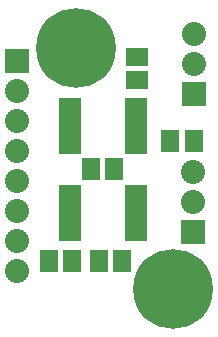
<source format=gts>
G04 (created by PCBNEW-RS274X (2012-01-19 BZR 3256)-stable) date 08/02/2013 12:46:22*
G01*
G70*
G90*
%MOIN*%
G04 Gerber Fmt 3.4, Leading zero omitted, Abs format*
%FSLAX34Y34*%
G04 APERTURE LIST*
%ADD10C,0.006000*%
%ADD11R,0.080000X0.080000*%
%ADD12C,0.080000*%
%ADD13C,0.266100*%
%ADD14R,0.077900X0.036500*%
%ADD15R,0.063300X0.075100*%
%ADD16R,0.075100X0.063300*%
G04 APERTURE END LIST*
G54D10*
G54D11*
X43550Y-20950D03*
G54D12*
X43550Y-19950D03*
X43550Y-18950D03*
G54D11*
X43500Y-25550D03*
G54D12*
X43500Y-24550D03*
X43500Y-23550D03*
G54D13*
X42850Y-27450D03*
X39600Y-19400D03*
G54D12*
X37650Y-24850D03*
X37650Y-23850D03*
G54D11*
X37650Y-19850D03*
G54D12*
X37650Y-20850D03*
X37650Y-21850D03*
X37650Y-22850D03*
X37650Y-25850D03*
X37650Y-26850D03*
G54D14*
X41602Y-22000D03*
X41602Y-21744D03*
X41602Y-21488D03*
X41602Y-21232D03*
X39398Y-21232D03*
X41602Y-22768D03*
X41602Y-22512D03*
X41602Y-22256D03*
X39398Y-21488D03*
X39398Y-21744D03*
X39398Y-22000D03*
X39398Y-22256D03*
X39398Y-22512D03*
X39398Y-22768D03*
X41602Y-24900D03*
X41602Y-24644D03*
X41602Y-24388D03*
X41602Y-24132D03*
X39398Y-24132D03*
X41602Y-25668D03*
X41602Y-25412D03*
X41602Y-25156D03*
X39398Y-24388D03*
X39398Y-24644D03*
X39398Y-24900D03*
X39398Y-25156D03*
X39398Y-25412D03*
X39398Y-25668D03*
G54D15*
X43543Y-22500D03*
X42757Y-22500D03*
X38707Y-26500D03*
X39493Y-26500D03*
G54D16*
X41650Y-20493D03*
X41650Y-19707D03*
G54D15*
X40893Y-23450D03*
X40107Y-23450D03*
X41153Y-26500D03*
X40367Y-26500D03*
M02*

</source>
